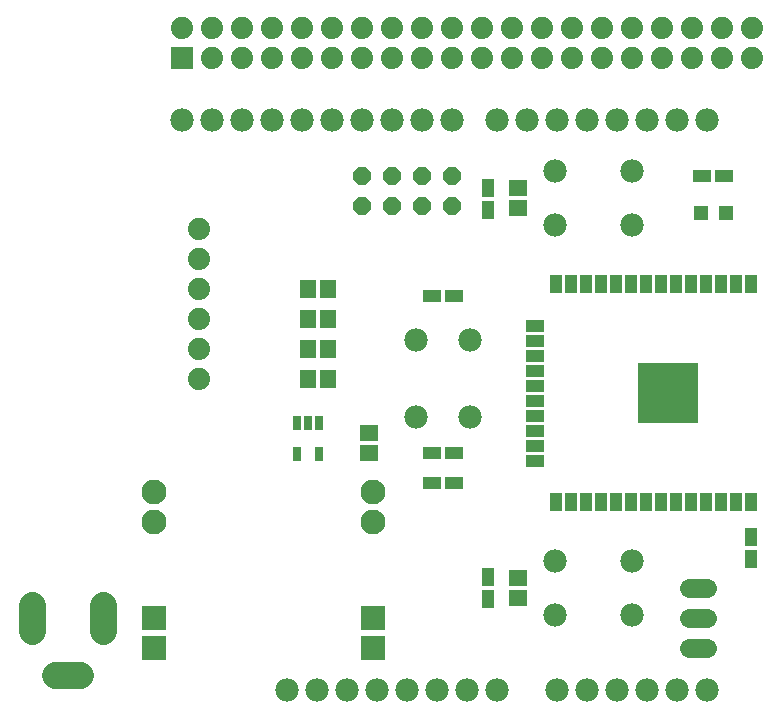
<source format=gts>
G75*
%MOIN*%
%OFA0B0*%
%FSLAX25Y25*%
%IPPOS*%
%LPD*%
%AMOC8*
5,1,8,0,0,1.08239X$1,22.5*
%
%ADD10R,0.05518X0.06306*%
%ADD11R,0.06306X0.05518*%
%ADD12C,0.09000*%
%ADD13C,0.07800*%
%ADD14C,0.06400*%
%ADD15R,0.05124X0.05124*%
%ADD16R,0.04337X0.06306*%
%ADD17R,0.06306X0.04337*%
%ADD18C,0.08274*%
%ADD19R,0.08274X0.08274*%
%ADD20R,0.20400X0.20400*%
%ADD21R,0.02565X0.05124*%
%ADD22R,0.07400X0.07400*%
%ADD23C,0.07400*%
%ADD24OC8,0.06000*%
D10*
X0144492Y0130171D03*
X0151185Y0130171D03*
X0151125Y0140201D03*
X0144432Y0140201D03*
X0144377Y0150121D03*
X0151070Y0150121D03*
X0151130Y0160131D03*
X0144437Y0160131D03*
D11*
X0214424Y0186975D03*
X0214424Y0193668D03*
X0164629Y0111970D03*
X0164629Y0105277D03*
X0214424Y0063668D03*
X0214424Y0056975D03*
D12*
X0068524Y0031524D02*
X0059924Y0031524D01*
X0052413Y0046121D02*
X0052413Y0054721D01*
X0076035Y0054721D02*
X0076035Y0046121D01*
D13*
X0137524Y0026321D03*
X0147524Y0026321D03*
X0157524Y0026321D03*
X0167524Y0026321D03*
X0177524Y0026321D03*
X0187524Y0026321D03*
X0197524Y0026321D03*
X0207524Y0026321D03*
X0227524Y0026321D03*
X0237524Y0026321D03*
X0247524Y0026321D03*
X0257524Y0026321D03*
X0267524Y0026321D03*
X0277524Y0026321D03*
X0252224Y0051421D03*
X0252224Y0069221D03*
X0226624Y0069221D03*
X0226624Y0051421D03*
X0198324Y0117521D03*
X0180524Y0117521D03*
X0180524Y0143121D03*
X0198324Y0143121D03*
X0226624Y0181421D03*
X0226624Y0199221D03*
X0227524Y0216321D03*
X0237524Y0216321D03*
X0247524Y0216321D03*
X0257524Y0216321D03*
X0267524Y0216321D03*
X0277524Y0216321D03*
X0252224Y0199221D03*
X0252224Y0181421D03*
X0217524Y0216321D03*
X0207524Y0216321D03*
X0192524Y0216321D03*
X0182524Y0216321D03*
X0172524Y0216321D03*
X0162524Y0216321D03*
X0152524Y0216321D03*
X0142524Y0216321D03*
X0132524Y0216321D03*
X0122524Y0216321D03*
X0112524Y0216321D03*
X0102524Y0216321D03*
D14*
X0271424Y0060321D02*
X0277424Y0060321D01*
X0277424Y0050321D02*
X0271424Y0050321D01*
X0271424Y0040321D02*
X0277424Y0040321D01*
D15*
X0275290Y0185321D03*
X0283557Y0185321D03*
D16*
X0281983Y0161739D03*
X0286983Y0161739D03*
X0291983Y0161739D03*
X0276983Y0161739D03*
X0271983Y0161739D03*
X0266983Y0161739D03*
X0261983Y0161739D03*
X0256983Y0161739D03*
X0251983Y0161739D03*
X0246983Y0161739D03*
X0241983Y0161739D03*
X0236983Y0161739D03*
X0231983Y0161739D03*
X0226983Y0161739D03*
X0204424Y0186245D03*
X0204424Y0193647D03*
X0226983Y0088904D03*
X0231983Y0088904D03*
X0236983Y0088904D03*
X0241983Y0088904D03*
X0246983Y0088904D03*
X0251983Y0088904D03*
X0256983Y0088904D03*
X0261983Y0088904D03*
X0266983Y0088904D03*
X0271983Y0088904D03*
X0276983Y0088904D03*
X0281983Y0088904D03*
X0286983Y0088904D03*
X0291983Y0088904D03*
X0291976Y0077537D03*
X0291976Y0070135D03*
X0204424Y0064022D03*
X0204424Y0056620D03*
D17*
X0193124Y0095321D03*
X0185723Y0095321D03*
X0185723Y0105321D03*
X0193124Y0105321D03*
X0220132Y0107762D03*
X0220132Y0112762D03*
X0220132Y0117762D03*
X0220132Y0122762D03*
X0220132Y0127762D03*
X0220132Y0132762D03*
X0220132Y0137762D03*
X0220132Y0142762D03*
X0220132Y0147762D03*
X0193124Y0157821D03*
X0185723Y0157821D03*
X0220132Y0102762D03*
X0275723Y0197821D03*
X0283124Y0197821D03*
D18*
X0165924Y0092321D03*
X0165924Y0082321D03*
X0092924Y0082321D03*
X0092924Y0092321D03*
D19*
X0092924Y0050321D03*
X0092924Y0040321D03*
X0165924Y0040321D03*
X0165924Y0050321D03*
D20*
X0264424Y0125321D03*
D21*
X0148164Y0115439D03*
X0144424Y0115439D03*
X0140683Y0115439D03*
X0140683Y0105203D03*
X0148164Y0105203D03*
D22*
X0102376Y0237014D03*
D23*
X0112376Y0237014D03*
X0112376Y0247014D03*
X0102376Y0247014D03*
X0122376Y0247014D03*
X0132376Y0247014D03*
X0132376Y0237014D03*
X0122376Y0237014D03*
X0142376Y0237014D03*
X0152376Y0237014D03*
X0152376Y0247014D03*
X0142376Y0247014D03*
X0162376Y0247014D03*
X0172376Y0247014D03*
X0182376Y0247014D03*
X0182376Y0237014D03*
X0172376Y0237014D03*
X0162376Y0237014D03*
X0192376Y0237014D03*
X0202376Y0237014D03*
X0202376Y0247014D03*
X0192376Y0247014D03*
X0212376Y0247014D03*
X0222376Y0247014D03*
X0222376Y0237014D03*
X0212376Y0237014D03*
X0232376Y0237014D03*
X0242376Y0237014D03*
X0242376Y0247014D03*
X0232376Y0247014D03*
X0252376Y0247014D03*
X0262376Y0247014D03*
X0262376Y0237014D03*
X0252376Y0237014D03*
X0272376Y0237014D03*
X0282376Y0237014D03*
X0282376Y0247014D03*
X0272376Y0247014D03*
X0292376Y0247014D03*
X0292376Y0237014D03*
X0107884Y0179921D03*
X0107884Y0169921D03*
X0107884Y0159921D03*
X0107884Y0149921D03*
X0107884Y0139921D03*
X0107884Y0129921D03*
D24*
X0162524Y0187821D03*
X0172524Y0187821D03*
X0182524Y0187821D03*
X0192524Y0187821D03*
X0192524Y0197821D03*
X0182524Y0197821D03*
X0172524Y0197821D03*
X0162524Y0197821D03*
M02*

</source>
